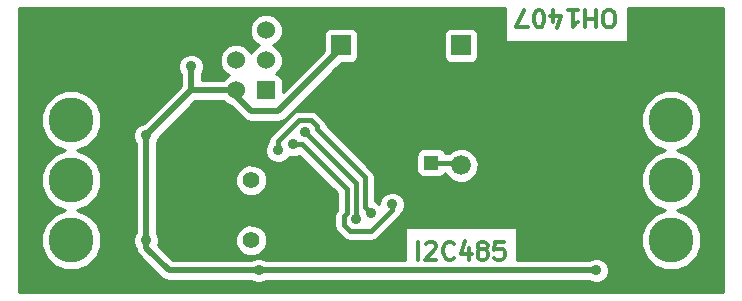
<source format=gbr>
G04 (created by PCBNEW (2013-07-07 BZR 4022)-stable) date 30.7.2014 11:24:54*
%MOIN*%
G04 Gerber Fmt 3.4, Leading zero omitted, Abs format*
%FSLAX34Y34*%
G01*
G70*
G90*
G04 APERTURE LIST*
%ADD10C,0.00590551*%
%ADD11C,0.011811*%
%ADD12R,0.06X0.06*%
%ADD13C,0.06*%
%ADD14C,0.056*%
%ADD15R,0.065X0.065*%
%ADD16C,0.065*%
%ADD17C,0.15*%
%ADD18R,0.15X0.15*%
%ADD19C,0.066*%
%ADD20R,0.0472X0.0472*%
%ADD21C,0.0393701*%
%ADD22C,0.035*%
%ADD23C,0.015*%
%ADD24C,0.02*%
%ADD25C,0.01*%
G04 APERTURE END LIST*
G54D10*
G54D11*
X25079Y-18639D02*
X25079Y-18048D01*
X25332Y-18104D02*
X25361Y-18076D01*
X25417Y-18048D01*
X25557Y-18048D01*
X25614Y-18076D01*
X25642Y-18104D01*
X25670Y-18160D01*
X25670Y-18217D01*
X25642Y-18301D01*
X25304Y-18639D01*
X25670Y-18639D01*
X26260Y-18582D02*
X26232Y-18610D01*
X26148Y-18639D01*
X26092Y-18639D01*
X26007Y-18610D01*
X25951Y-18554D01*
X25923Y-18498D01*
X25895Y-18385D01*
X25895Y-18301D01*
X25923Y-18189D01*
X25951Y-18132D01*
X26007Y-18076D01*
X26092Y-18048D01*
X26148Y-18048D01*
X26232Y-18076D01*
X26260Y-18104D01*
X26767Y-18245D02*
X26767Y-18639D01*
X26626Y-18020D02*
X26485Y-18442D01*
X26851Y-18442D01*
X27160Y-18301D02*
X27104Y-18273D01*
X27076Y-18245D01*
X27048Y-18189D01*
X27048Y-18160D01*
X27076Y-18104D01*
X27104Y-18076D01*
X27160Y-18048D01*
X27273Y-18048D01*
X27329Y-18076D01*
X27357Y-18104D01*
X27385Y-18160D01*
X27385Y-18189D01*
X27357Y-18245D01*
X27329Y-18273D01*
X27273Y-18301D01*
X27160Y-18301D01*
X27104Y-18329D01*
X27076Y-18357D01*
X27048Y-18414D01*
X27048Y-18526D01*
X27076Y-18582D01*
X27104Y-18610D01*
X27160Y-18639D01*
X27273Y-18639D01*
X27329Y-18610D01*
X27357Y-18582D01*
X27385Y-18526D01*
X27385Y-18414D01*
X27357Y-18357D01*
X27329Y-18329D01*
X27273Y-18301D01*
X27920Y-18048D02*
X27638Y-18048D01*
X27610Y-18329D01*
X27638Y-18301D01*
X27695Y-18273D01*
X27835Y-18273D01*
X27892Y-18301D01*
X27920Y-18329D01*
X27948Y-18385D01*
X27948Y-18526D01*
X27920Y-18582D01*
X27892Y-18610D01*
X27835Y-18639D01*
X27695Y-18639D01*
X27638Y-18610D01*
X27610Y-18582D01*
X31490Y-10901D02*
X31377Y-10901D01*
X31321Y-10873D01*
X31265Y-10817D01*
X31237Y-10704D01*
X31237Y-10507D01*
X31265Y-10395D01*
X31321Y-10339D01*
X31377Y-10310D01*
X31490Y-10310D01*
X31546Y-10339D01*
X31602Y-10395D01*
X31631Y-10507D01*
X31631Y-10704D01*
X31602Y-10817D01*
X31546Y-10873D01*
X31490Y-10901D01*
X30984Y-10310D02*
X30984Y-10901D01*
X30984Y-10620D02*
X30646Y-10620D01*
X30646Y-10310D02*
X30646Y-10901D01*
X30056Y-10310D02*
X30393Y-10310D01*
X30224Y-10310D02*
X30224Y-10901D01*
X30281Y-10817D01*
X30337Y-10760D01*
X30393Y-10732D01*
X29550Y-10704D02*
X29550Y-10310D01*
X29690Y-10929D02*
X29831Y-10507D01*
X29465Y-10507D01*
X29128Y-10901D02*
X29071Y-10901D01*
X29015Y-10873D01*
X28987Y-10845D01*
X28959Y-10789D01*
X28931Y-10676D01*
X28931Y-10535D01*
X28959Y-10423D01*
X28987Y-10367D01*
X29015Y-10339D01*
X29071Y-10310D01*
X29128Y-10310D01*
X29184Y-10339D01*
X29212Y-10367D01*
X29240Y-10423D01*
X29268Y-10535D01*
X29268Y-10676D01*
X29240Y-10789D01*
X29212Y-10845D01*
X29184Y-10873D01*
X29128Y-10901D01*
X28734Y-10901D02*
X28340Y-10901D01*
X28593Y-10310D01*
G54D12*
X20000Y-13000D03*
G54D13*
X19000Y-13000D03*
X20000Y-12000D03*
X19000Y-12000D03*
X20000Y-11000D03*
X19000Y-11000D03*
G54D14*
X19500Y-16000D03*
X19500Y-18000D03*
G54D15*
X26500Y-11500D03*
G54D16*
X26500Y-12500D03*
G54D15*
X22500Y-11500D03*
G54D16*
X22500Y-12500D03*
G54D17*
X13500Y-14000D03*
X13500Y-16000D03*
G54D18*
X13500Y-12000D03*
G54D17*
X13500Y-18000D03*
X33500Y-14000D03*
X33500Y-16000D03*
G54D18*
X33500Y-12000D03*
G54D17*
X33500Y-18000D03*
G54D19*
X26500Y-15500D03*
X26500Y-14500D03*
G54D20*
X25500Y-15413D03*
X25500Y-14587D03*
G54D21*
X34750Y-19250D03*
X30250Y-17500D03*
X32250Y-14000D03*
X34750Y-10750D03*
X21000Y-10750D03*
X16750Y-12750D03*
X16750Y-16250D03*
X18750Y-15500D03*
X18750Y-18500D03*
X14500Y-17000D03*
X14500Y-14750D03*
X12250Y-10750D03*
X12250Y-19250D03*
X15000Y-10750D03*
G54D22*
X23000Y-17300D03*
X21300Y-14400D03*
X24200Y-16800D03*
X20900Y-14800D03*
X23500Y-17100D03*
X20400Y-15000D03*
X17500Y-12200D03*
X31000Y-19000D03*
X19750Y-19000D03*
X16000Y-18000D03*
X16000Y-14500D03*
G54D23*
X26413Y-14587D02*
X26500Y-14500D01*
X25500Y-15413D02*
X26413Y-15413D01*
X26413Y-15413D02*
X26500Y-15500D01*
X23000Y-16100D02*
X23000Y-17300D01*
X21300Y-14400D02*
X23000Y-16100D01*
X24200Y-17000D02*
X24200Y-16800D01*
X23500Y-17700D02*
X24200Y-17000D01*
X22800Y-17700D02*
X23500Y-17700D01*
X22600Y-17500D02*
X22800Y-17700D01*
X22600Y-17200D02*
X22600Y-17500D01*
X22700Y-17100D02*
X22600Y-17200D01*
X22700Y-16300D02*
X22700Y-17100D01*
X21200Y-14800D02*
X22700Y-16300D01*
X20900Y-14800D02*
X21200Y-14800D01*
X23500Y-17100D02*
X23300Y-16900D01*
X23300Y-16900D02*
X23300Y-15900D01*
X23300Y-15900D02*
X21700Y-14300D01*
X21700Y-14300D02*
X21700Y-14200D01*
X21700Y-14200D02*
X21500Y-14000D01*
X21500Y-14000D02*
X21100Y-14000D01*
X21100Y-14000D02*
X20400Y-14700D01*
X20400Y-14700D02*
X20400Y-15000D01*
G54D24*
X19750Y-19000D02*
X20750Y-19000D01*
X17500Y-12200D02*
X17500Y-13000D01*
X31000Y-19000D02*
X20750Y-19000D01*
X20750Y-19000D02*
X20250Y-19000D01*
X16000Y-18250D02*
X16000Y-18000D01*
X16750Y-19000D02*
X16000Y-18250D01*
X19750Y-19000D02*
X16750Y-19000D01*
X16000Y-18000D02*
X16000Y-14500D01*
X17500Y-13000D02*
X19000Y-13000D01*
X16000Y-14500D02*
X17500Y-13000D01*
X19000Y-13000D02*
X19000Y-13200D01*
X22500Y-11600D02*
X22500Y-11500D01*
X20400Y-13700D02*
X22500Y-11600D01*
X19500Y-13700D02*
X20400Y-13700D01*
X19000Y-13200D02*
X19500Y-13700D01*
G54D10*
G36*
X35230Y-19730D02*
X34500Y-19730D01*
X34500Y-17801D01*
X34348Y-17434D01*
X34067Y-17152D01*
X33699Y-17000D01*
X33698Y-17000D01*
X34065Y-16848D01*
X34347Y-16567D01*
X34499Y-16199D01*
X34500Y-15801D01*
X34348Y-15434D01*
X34067Y-15152D01*
X33699Y-15000D01*
X33698Y-15000D01*
X34065Y-14848D01*
X34347Y-14567D01*
X34499Y-14199D01*
X34500Y-13801D01*
X34348Y-13434D01*
X34067Y-13152D01*
X33699Y-13000D01*
X33301Y-12999D01*
X32934Y-13151D01*
X32652Y-13432D01*
X32500Y-13800D01*
X32499Y-14198D01*
X32651Y-14565D01*
X32932Y-14847D01*
X33300Y-14999D01*
X33301Y-14999D01*
X32934Y-15151D01*
X32652Y-15432D01*
X32500Y-15800D01*
X32499Y-16198D01*
X32651Y-16565D01*
X32932Y-16847D01*
X33300Y-16999D01*
X33301Y-16999D01*
X32934Y-17151D01*
X32652Y-17432D01*
X32500Y-17800D01*
X32499Y-18198D01*
X32651Y-18565D01*
X32932Y-18847D01*
X33300Y-18999D01*
X33698Y-19000D01*
X34065Y-18848D01*
X34347Y-18567D01*
X34499Y-18199D01*
X34500Y-17801D01*
X34500Y-19730D01*
X31425Y-19730D01*
X31425Y-18915D01*
X31360Y-18759D01*
X31241Y-18639D01*
X31084Y-18575D01*
X30915Y-18574D01*
X30759Y-18639D01*
X30749Y-18650D01*
X28369Y-18650D01*
X28369Y-17559D01*
X27080Y-17559D01*
X27080Y-15385D01*
X27075Y-15372D01*
X27075Y-11775D01*
X27075Y-11125D01*
X27037Y-11033D01*
X26966Y-10963D01*
X26874Y-10925D01*
X26775Y-10924D01*
X26125Y-10924D01*
X26033Y-10962D01*
X25963Y-11033D01*
X25925Y-11125D01*
X25924Y-11224D01*
X25924Y-11874D01*
X25962Y-11966D01*
X26033Y-12036D01*
X26125Y-12074D01*
X26224Y-12075D01*
X26874Y-12075D01*
X26966Y-12037D01*
X27036Y-11966D01*
X27074Y-11874D01*
X27075Y-11775D01*
X27075Y-15372D01*
X26991Y-15171D01*
X26828Y-15008D01*
X26615Y-14920D01*
X26385Y-14919D01*
X26171Y-15008D01*
X26091Y-15088D01*
X25969Y-15088D01*
X25948Y-15035D01*
X25877Y-14965D01*
X25785Y-14927D01*
X25686Y-14926D01*
X25214Y-14926D01*
X25122Y-14964D01*
X25052Y-15035D01*
X25014Y-15127D01*
X25013Y-15226D01*
X25013Y-15698D01*
X25051Y-15790D01*
X25122Y-15860D01*
X25214Y-15898D01*
X25313Y-15899D01*
X25785Y-15899D01*
X25877Y-15861D01*
X25947Y-15790D01*
X25969Y-15738D01*
X25970Y-15738D01*
X26008Y-15828D01*
X26171Y-15991D01*
X26384Y-16079D01*
X26614Y-16080D01*
X26828Y-15991D01*
X26991Y-15828D01*
X27079Y-15615D01*
X27080Y-15385D01*
X27080Y-17559D01*
X24630Y-17559D01*
X24630Y-18650D01*
X24625Y-18650D01*
X24625Y-16715D01*
X24560Y-16559D01*
X24441Y-16439D01*
X24284Y-16375D01*
X24115Y-16374D01*
X23959Y-16439D01*
X23839Y-16558D01*
X23775Y-16715D01*
X23775Y-16773D01*
X23741Y-16739D01*
X23625Y-16691D01*
X23625Y-15900D01*
X23624Y-15899D01*
X23625Y-15899D01*
X23620Y-15875D01*
X23600Y-15775D01*
X23600Y-15775D01*
X23529Y-15670D01*
X23529Y-15670D01*
X22016Y-14156D01*
X22000Y-14075D01*
X22000Y-14075D01*
X21929Y-13970D01*
X21929Y-13970D01*
X21729Y-13770D01*
X21624Y-13699D01*
X21500Y-13675D01*
X21100Y-13675D01*
X21099Y-13675D01*
X21075Y-13679D01*
X20975Y-13699D01*
X20870Y-13770D01*
X20870Y-13770D01*
X20170Y-14470D01*
X20099Y-14575D01*
X20075Y-14700D01*
X20075Y-14723D01*
X20039Y-14758D01*
X19975Y-14915D01*
X19974Y-15084D01*
X20039Y-15240D01*
X20158Y-15360D01*
X20315Y-15424D01*
X20484Y-15425D01*
X20640Y-15360D01*
X20760Y-15241D01*
X20773Y-15207D01*
X20815Y-15224D01*
X20984Y-15225D01*
X21112Y-15172D01*
X22375Y-16434D01*
X22375Y-16965D01*
X22370Y-16970D01*
X22299Y-17075D01*
X22275Y-17200D01*
X22275Y-17500D01*
X22299Y-17624D01*
X22370Y-17729D01*
X22570Y-17929D01*
X22570Y-17929D01*
X22675Y-18000D01*
X22675Y-18000D01*
X22800Y-18025D01*
X23500Y-18025D01*
X23624Y-18000D01*
X23624Y-18000D01*
X23729Y-17929D01*
X24429Y-17229D01*
X24429Y-17229D01*
X24429Y-17229D01*
X24500Y-17124D01*
X24500Y-17124D01*
X24506Y-17094D01*
X24506Y-17094D01*
X24560Y-17041D01*
X24624Y-16884D01*
X24625Y-16715D01*
X24625Y-18650D01*
X20750Y-18650D01*
X20250Y-18650D01*
X20030Y-18650D01*
X20030Y-17895D01*
X20030Y-15895D01*
X19949Y-15700D01*
X19800Y-15550D01*
X19605Y-15470D01*
X19395Y-15469D01*
X19200Y-15550D01*
X19050Y-15699D01*
X18970Y-15894D01*
X18969Y-16104D01*
X19050Y-16299D01*
X19199Y-16449D01*
X19394Y-16529D01*
X19604Y-16530D01*
X19799Y-16449D01*
X19949Y-16300D01*
X20029Y-16105D01*
X20030Y-15895D01*
X20030Y-17895D01*
X19949Y-17700D01*
X19800Y-17550D01*
X19605Y-17470D01*
X19395Y-17469D01*
X19200Y-17550D01*
X19050Y-17699D01*
X18970Y-17894D01*
X18969Y-18104D01*
X19050Y-18299D01*
X19199Y-18449D01*
X19394Y-18529D01*
X19604Y-18530D01*
X19799Y-18449D01*
X19949Y-18300D01*
X20029Y-18105D01*
X20030Y-17895D01*
X20030Y-18650D01*
X20001Y-18650D01*
X19991Y-18639D01*
X19834Y-18575D01*
X19665Y-18574D01*
X19509Y-18639D01*
X19499Y-18650D01*
X16894Y-18650D01*
X16397Y-18152D01*
X16424Y-18084D01*
X16425Y-17915D01*
X16360Y-17759D01*
X16350Y-17749D01*
X16350Y-14751D01*
X16360Y-14741D01*
X16424Y-14584D01*
X16424Y-14570D01*
X17644Y-13350D01*
X18572Y-13350D01*
X18688Y-13465D01*
X18829Y-13524D01*
X19252Y-13947D01*
X19366Y-14023D01*
X19366Y-14023D01*
X19500Y-14050D01*
X20400Y-14050D01*
X20533Y-14023D01*
X20533Y-14023D01*
X20647Y-13947D01*
X22519Y-12075D01*
X22874Y-12075D01*
X22966Y-12037D01*
X23036Y-11966D01*
X23074Y-11874D01*
X23075Y-11775D01*
X23075Y-11125D01*
X23037Y-11033D01*
X22966Y-10963D01*
X22874Y-10925D01*
X22775Y-10924D01*
X22125Y-10924D01*
X22033Y-10962D01*
X21963Y-11033D01*
X21925Y-11125D01*
X21924Y-11224D01*
X21924Y-11680D01*
X20550Y-13054D01*
X20550Y-12650D01*
X20512Y-12558D01*
X20441Y-12488D01*
X20349Y-12450D01*
X20327Y-12450D01*
X20465Y-12311D01*
X20549Y-12109D01*
X20550Y-11891D01*
X20466Y-11688D01*
X20311Y-11534D01*
X20230Y-11500D01*
X20311Y-11466D01*
X20465Y-11311D01*
X20549Y-11109D01*
X20550Y-10891D01*
X20466Y-10688D01*
X20311Y-10534D01*
X20109Y-10450D01*
X19891Y-10449D01*
X19688Y-10533D01*
X19534Y-10688D01*
X19450Y-10890D01*
X19449Y-11108D01*
X19533Y-11311D01*
X19688Y-11465D01*
X19769Y-11499D01*
X19688Y-11533D01*
X19534Y-11688D01*
X19500Y-11769D01*
X19466Y-11688D01*
X19311Y-11534D01*
X19109Y-11450D01*
X18891Y-11449D01*
X18688Y-11533D01*
X18534Y-11688D01*
X18450Y-11890D01*
X18449Y-12108D01*
X18533Y-12311D01*
X18688Y-12465D01*
X18769Y-12499D01*
X18688Y-12533D01*
X18572Y-12650D01*
X17850Y-12650D01*
X17850Y-12451D01*
X17860Y-12441D01*
X17924Y-12284D01*
X17925Y-12115D01*
X17860Y-11959D01*
X17741Y-11839D01*
X17584Y-11775D01*
X17415Y-11774D01*
X17259Y-11839D01*
X17139Y-11958D01*
X17075Y-12115D01*
X17074Y-12284D01*
X17139Y-12440D01*
X17150Y-12450D01*
X17150Y-12855D01*
X15930Y-14074D01*
X15915Y-14074D01*
X15759Y-14139D01*
X15639Y-14258D01*
X15575Y-14415D01*
X15574Y-14584D01*
X15639Y-14740D01*
X15650Y-14750D01*
X15650Y-17748D01*
X15639Y-17758D01*
X15575Y-17915D01*
X15574Y-18084D01*
X15639Y-18240D01*
X15650Y-18251D01*
X15676Y-18383D01*
X15752Y-18497D01*
X16502Y-19247D01*
X16502Y-19247D01*
X16616Y-19323D01*
X16749Y-19350D01*
X16749Y-19349D01*
X16750Y-19350D01*
X19498Y-19350D01*
X19508Y-19360D01*
X19665Y-19424D01*
X19834Y-19425D01*
X19990Y-19360D01*
X20000Y-19350D01*
X20250Y-19350D01*
X20750Y-19350D01*
X30748Y-19350D01*
X30758Y-19360D01*
X30915Y-19424D01*
X31084Y-19425D01*
X31240Y-19360D01*
X31360Y-19241D01*
X31424Y-19084D01*
X31425Y-18915D01*
X31425Y-19730D01*
X14500Y-19730D01*
X14500Y-17801D01*
X14348Y-17434D01*
X14067Y-17152D01*
X13699Y-17000D01*
X13698Y-17000D01*
X14065Y-16848D01*
X14347Y-16567D01*
X14499Y-16199D01*
X14500Y-15801D01*
X14348Y-15434D01*
X14067Y-15152D01*
X13699Y-15000D01*
X13698Y-15000D01*
X14065Y-14848D01*
X14347Y-14567D01*
X14499Y-14199D01*
X14500Y-13801D01*
X14348Y-13434D01*
X14067Y-13152D01*
X13699Y-13000D01*
X13301Y-12999D01*
X12934Y-13151D01*
X12652Y-13432D01*
X12500Y-13800D01*
X12499Y-14198D01*
X12651Y-14565D01*
X12932Y-14847D01*
X13300Y-14999D01*
X13301Y-14999D01*
X12934Y-15151D01*
X12652Y-15432D01*
X12500Y-15800D01*
X12499Y-16198D01*
X12651Y-16565D01*
X12932Y-16847D01*
X13300Y-16999D01*
X13301Y-16999D01*
X12934Y-17151D01*
X12652Y-17432D01*
X12500Y-17800D01*
X12499Y-18198D01*
X12651Y-18565D01*
X12932Y-18847D01*
X13300Y-18999D01*
X13698Y-19000D01*
X14065Y-18848D01*
X14347Y-18567D01*
X14499Y-18199D01*
X14500Y-17801D01*
X14500Y-19730D01*
X12500Y-19730D01*
X12000Y-19730D01*
X11769Y-19730D01*
X11769Y-10269D01*
X27947Y-10269D01*
X27947Y-11390D01*
X32052Y-11390D01*
X32052Y-10269D01*
X34500Y-10269D01*
X35230Y-10269D01*
X35230Y-19730D01*
X35230Y-19730D01*
G37*
G54D25*
X35230Y-19730D02*
X34500Y-19730D01*
X34500Y-17801D01*
X34348Y-17434D01*
X34067Y-17152D01*
X33699Y-17000D01*
X33698Y-17000D01*
X34065Y-16848D01*
X34347Y-16567D01*
X34499Y-16199D01*
X34500Y-15801D01*
X34348Y-15434D01*
X34067Y-15152D01*
X33699Y-15000D01*
X33698Y-15000D01*
X34065Y-14848D01*
X34347Y-14567D01*
X34499Y-14199D01*
X34500Y-13801D01*
X34348Y-13434D01*
X34067Y-13152D01*
X33699Y-13000D01*
X33301Y-12999D01*
X32934Y-13151D01*
X32652Y-13432D01*
X32500Y-13800D01*
X32499Y-14198D01*
X32651Y-14565D01*
X32932Y-14847D01*
X33300Y-14999D01*
X33301Y-14999D01*
X32934Y-15151D01*
X32652Y-15432D01*
X32500Y-15800D01*
X32499Y-16198D01*
X32651Y-16565D01*
X32932Y-16847D01*
X33300Y-16999D01*
X33301Y-16999D01*
X32934Y-17151D01*
X32652Y-17432D01*
X32500Y-17800D01*
X32499Y-18198D01*
X32651Y-18565D01*
X32932Y-18847D01*
X33300Y-18999D01*
X33698Y-19000D01*
X34065Y-18848D01*
X34347Y-18567D01*
X34499Y-18199D01*
X34500Y-17801D01*
X34500Y-19730D01*
X31425Y-19730D01*
X31425Y-18915D01*
X31360Y-18759D01*
X31241Y-18639D01*
X31084Y-18575D01*
X30915Y-18574D01*
X30759Y-18639D01*
X30749Y-18650D01*
X28369Y-18650D01*
X28369Y-17559D01*
X27080Y-17559D01*
X27080Y-15385D01*
X27075Y-15372D01*
X27075Y-11775D01*
X27075Y-11125D01*
X27037Y-11033D01*
X26966Y-10963D01*
X26874Y-10925D01*
X26775Y-10924D01*
X26125Y-10924D01*
X26033Y-10962D01*
X25963Y-11033D01*
X25925Y-11125D01*
X25924Y-11224D01*
X25924Y-11874D01*
X25962Y-11966D01*
X26033Y-12036D01*
X26125Y-12074D01*
X26224Y-12075D01*
X26874Y-12075D01*
X26966Y-12037D01*
X27036Y-11966D01*
X27074Y-11874D01*
X27075Y-11775D01*
X27075Y-15372D01*
X26991Y-15171D01*
X26828Y-15008D01*
X26615Y-14920D01*
X26385Y-14919D01*
X26171Y-15008D01*
X26091Y-15088D01*
X25969Y-15088D01*
X25948Y-15035D01*
X25877Y-14965D01*
X25785Y-14927D01*
X25686Y-14926D01*
X25214Y-14926D01*
X25122Y-14964D01*
X25052Y-15035D01*
X25014Y-15127D01*
X25013Y-15226D01*
X25013Y-15698D01*
X25051Y-15790D01*
X25122Y-15860D01*
X25214Y-15898D01*
X25313Y-15899D01*
X25785Y-15899D01*
X25877Y-15861D01*
X25947Y-15790D01*
X25969Y-15738D01*
X25970Y-15738D01*
X26008Y-15828D01*
X26171Y-15991D01*
X26384Y-16079D01*
X26614Y-16080D01*
X26828Y-15991D01*
X26991Y-15828D01*
X27079Y-15615D01*
X27080Y-15385D01*
X27080Y-17559D01*
X24630Y-17559D01*
X24630Y-18650D01*
X24625Y-18650D01*
X24625Y-16715D01*
X24560Y-16559D01*
X24441Y-16439D01*
X24284Y-16375D01*
X24115Y-16374D01*
X23959Y-16439D01*
X23839Y-16558D01*
X23775Y-16715D01*
X23775Y-16773D01*
X23741Y-16739D01*
X23625Y-16691D01*
X23625Y-15900D01*
X23624Y-15899D01*
X23625Y-15899D01*
X23620Y-15875D01*
X23600Y-15775D01*
X23600Y-15775D01*
X23529Y-15670D01*
X23529Y-15670D01*
X22016Y-14156D01*
X22000Y-14075D01*
X22000Y-14075D01*
X21929Y-13970D01*
X21929Y-13970D01*
X21729Y-13770D01*
X21624Y-13699D01*
X21500Y-13675D01*
X21100Y-13675D01*
X21099Y-13675D01*
X21075Y-13679D01*
X20975Y-13699D01*
X20870Y-13770D01*
X20870Y-13770D01*
X20170Y-14470D01*
X20099Y-14575D01*
X20075Y-14700D01*
X20075Y-14723D01*
X20039Y-14758D01*
X19975Y-14915D01*
X19974Y-15084D01*
X20039Y-15240D01*
X20158Y-15360D01*
X20315Y-15424D01*
X20484Y-15425D01*
X20640Y-15360D01*
X20760Y-15241D01*
X20773Y-15207D01*
X20815Y-15224D01*
X20984Y-15225D01*
X21112Y-15172D01*
X22375Y-16434D01*
X22375Y-16965D01*
X22370Y-16970D01*
X22299Y-17075D01*
X22275Y-17200D01*
X22275Y-17500D01*
X22299Y-17624D01*
X22370Y-17729D01*
X22570Y-17929D01*
X22570Y-17929D01*
X22675Y-18000D01*
X22675Y-18000D01*
X22800Y-18025D01*
X23500Y-18025D01*
X23624Y-18000D01*
X23624Y-18000D01*
X23729Y-17929D01*
X24429Y-17229D01*
X24429Y-17229D01*
X24429Y-17229D01*
X24500Y-17124D01*
X24500Y-17124D01*
X24506Y-17094D01*
X24506Y-17094D01*
X24560Y-17041D01*
X24624Y-16884D01*
X24625Y-16715D01*
X24625Y-18650D01*
X20750Y-18650D01*
X20250Y-18650D01*
X20030Y-18650D01*
X20030Y-17895D01*
X20030Y-15895D01*
X19949Y-15700D01*
X19800Y-15550D01*
X19605Y-15470D01*
X19395Y-15469D01*
X19200Y-15550D01*
X19050Y-15699D01*
X18970Y-15894D01*
X18969Y-16104D01*
X19050Y-16299D01*
X19199Y-16449D01*
X19394Y-16529D01*
X19604Y-16530D01*
X19799Y-16449D01*
X19949Y-16300D01*
X20029Y-16105D01*
X20030Y-15895D01*
X20030Y-17895D01*
X19949Y-17700D01*
X19800Y-17550D01*
X19605Y-17470D01*
X19395Y-17469D01*
X19200Y-17550D01*
X19050Y-17699D01*
X18970Y-17894D01*
X18969Y-18104D01*
X19050Y-18299D01*
X19199Y-18449D01*
X19394Y-18529D01*
X19604Y-18530D01*
X19799Y-18449D01*
X19949Y-18300D01*
X20029Y-18105D01*
X20030Y-17895D01*
X20030Y-18650D01*
X20001Y-18650D01*
X19991Y-18639D01*
X19834Y-18575D01*
X19665Y-18574D01*
X19509Y-18639D01*
X19499Y-18650D01*
X16894Y-18650D01*
X16397Y-18152D01*
X16424Y-18084D01*
X16425Y-17915D01*
X16360Y-17759D01*
X16350Y-17749D01*
X16350Y-14751D01*
X16360Y-14741D01*
X16424Y-14584D01*
X16424Y-14570D01*
X17644Y-13350D01*
X18572Y-13350D01*
X18688Y-13465D01*
X18829Y-13524D01*
X19252Y-13947D01*
X19366Y-14023D01*
X19366Y-14023D01*
X19500Y-14050D01*
X20400Y-14050D01*
X20533Y-14023D01*
X20533Y-14023D01*
X20647Y-13947D01*
X22519Y-12075D01*
X22874Y-12075D01*
X22966Y-12037D01*
X23036Y-11966D01*
X23074Y-11874D01*
X23075Y-11775D01*
X23075Y-11125D01*
X23037Y-11033D01*
X22966Y-10963D01*
X22874Y-10925D01*
X22775Y-10924D01*
X22125Y-10924D01*
X22033Y-10962D01*
X21963Y-11033D01*
X21925Y-11125D01*
X21924Y-11224D01*
X21924Y-11680D01*
X20550Y-13054D01*
X20550Y-12650D01*
X20512Y-12558D01*
X20441Y-12488D01*
X20349Y-12450D01*
X20327Y-12450D01*
X20465Y-12311D01*
X20549Y-12109D01*
X20550Y-11891D01*
X20466Y-11688D01*
X20311Y-11534D01*
X20230Y-11500D01*
X20311Y-11466D01*
X20465Y-11311D01*
X20549Y-11109D01*
X20550Y-10891D01*
X20466Y-10688D01*
X20311Y-10534D01*
X20109Y-10450D01*
X19891Y-10449D01*
X19688Y-10533D01*
X19534Y-10688D01*
X19450Y-10890D01*
X19449Y-11108D01*
X19533Y-11311D01*
X19688Y-11465D01*
X19769Y-11499D01*
X19688Y-11533D01*
X19534Y-11688D01*
X19500Y-11769D01*
X19466Y-11688D01*
X19311Y-11534D01*
X19109Y-11450D01*
X18891Y-11449D01*
X18688Y-11533D01*
X18534Y-11688D01*
X18450Y-11890D01*
X18449Y-12108D01*
X18533Y-12311D01*
X18688Y-12465D01*
X18769Y-12499D01*
X18688Y-12533D01*
X18572Y-12650D01*
X17850Y-12650D01*
X17850Y-12451D01*
X17860Y-12441D01*
X17924Y-12284D01*
X17925Y-12115D01*
X17860Y-11959D01*
X17741Y-11839D01*
X17584Y-11775D01*
X17415Y-11774D01*
X17259Y-11839D01*
X17139Y-11958D01*
X17075Y-12115D01*
X17074Y-12284D01*
X17139Y-12440D01*
X17150Y-12450D01*
X17150Y-12855D01*
X15930Y-14074D01*
X15915Y-14074D01*
X15759Y-14139D01*
X15639Y-14258D01*
X15575Y-14415D01*
X15574Y-14584D01*
X15639Y-14740D01*
X15650Y-14750D01*
X15650Y-17748D01*
X15639Y-17758D01*
X15575Y-17915D01*
X15574Y-18084D01*
X15639Y-18240D01*
X15650Y-18251D01*
X15676Y-18383D01*
X15752Y-18497D01*
X16502Y-19247D01*
X16502Y-19247D01*
X16616Y-19323D01*
X16749Y-19350D01*
X16749Y-19349D01*
X16750Y-19350D01*
X19498Y-19350D01*
X19508Y-19360D01*
X19665Y-19424D01*
X19834Y-19425D01*
X19990Y-19360D01*
X20000Y-19350D01*
X20250Y-19350D01*
X20750Y-19350D01*
X30748Y-19350D01*
X30758Y-19360D01*
X30915Y-19424D01*
X31084Y-19425D01*
X31240Y-19360D01*
X31360Y-19241D01*
X31424Y-19084D01*
X31425Y-18915D01*
X31425Y-19730D01*
X14500Y-19730D01*
X14500Y-17801D01*
X14348Y-17434D01*
X14067Y-17152D01*
X13699Y-17000D01*
X13698Y-17000D01*
X14065Y-16848D01*
X14347Y-16567D01*
X14499Y-16199D01*
X14500Y-15801D01*
X14348Y-15434D01*
X14067Y-15152D01*
X13699Y-15000D01*
X13698Y-15000D01*
X14065Y-14848D01*
X14347Y-14567D01*
X14499Y-14199D01*
X14500Y-13801D01*
X14348Y-13434D01*
X14067Y-13152D01*
X13699Y-13000D01*
X13301Y-12999D01*
X12934Y-13151D01*
X12652Y-13432D01*
X12500Y-13800D01*
X12499Y-14198D01*
X12651Y-14565D01*
X12932Y-14847D01*
X13300Y-14999D01*
X13301Y-14999D01*
X12934Y-15151D01*
X12652Y-15432D01*
X12500Y-15800D01*
X12499Y-16198D01*
X12651Y-16565D01*
X12932Y-16847D01*
X13300Y-16999D01*
X13301Y-16999D01*
X12934Y-17151D01*
X12652Y-17432D01*
X12500Y-17800D01*
X12499Y-18198D01*
X12651Y-18565D01*
X12932Y-18847D01*
X13300Y-18999D01*
X13698Y-19000D01*
X14065Y-18848D01*
X14347Y-18567D01*
X14499Y-18199D01*
X14500Y-17801D01*
X14500Y-19730D01*
X12500Y-19730D01*
X12000Y-19730D01*
X11769Y-19730D01*
X11769Y-10269D01*
X27947Y-10269D01*
X27947Y-11390D01*
X32052Y-11390D01*
X32052Y-10269D01*
X34500Y-10269D01*
X35230Y-10269D01*
X35230Y-19730D01*
M02*

</source>
